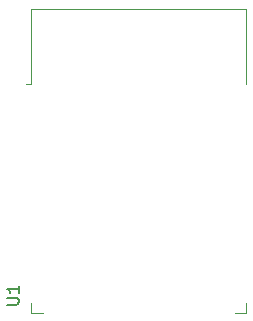
<source format=gbr>
G04 #@! TF.GenerationSoftware,KiCad,Pcbnew,5.1.5-52549c5~84~ubuntu18.04.1*
G04 #@! TF.CreationDate,2020-03-18T13:42:57+01:00*
G04 #@! TF.ProjectId,esp32_breakout,65737033-325f-4627-9265-616b6f75742e,rev?*
G04 #@! TF.SameCoordinates,Original*
G04 #@! TF.FileFunction,Legend,Top*
G04 #@! TF.FilePolarity,Positive*
%FSLAX46Y46*%
G04 Gerber Fmt 4.6, Leading zero omitted, Abs format (unit mm)*
G04 Created by KiCad (PCBNEW 5.1.5-52549c5~84~ubuntu18.04.1) date 2020-03-18 13:42:57*
%MOMM*%
%LPD*%
G04 APERTURE LIST*
%ADD10C,0.120000*%
%ADD11C,0.150000*%
G04 APERTURE END LIST*
D10*
X68350000Y-76915000D02*
X67970000Y-76915000D01*
X68350000Y-70495000D02*
X68350000Y-76915000D01*
X86590000Y-70495000D02*
X86590000Y-76915000D01*
X68350000Y-70495000D02*
X86590000Y-70495000D01*
X86590000Y-96240000D02*
X85590000Y-96240000D01*
X86590000Y-95460000D02*
X86590000Y-96240000D01*
X68350000Y-96240000D02*
X69350000Y-96240000D01*
X68350000Y-95460000D02*
X68350000Y-96240000D01*
D11*
X66312380Y-95551904D02*
X67121904Y-95551904D01*
X67217142Y-95504285D01*
X67264761Y-95456666D01*
X67312380Y-95361428D01*
X67312380Y-95170952D01*
X67264761Y-95075714D01*
X67217142Y-95028095D01*
X67121904Y-94980476D01*
X66312380Y-94980476D01*
X67312380Y-93980476D02*
X67312380Y-94551904D01*
X67312380Y-94266190D02*
X66312380Y-94266190D01*
X66455238Y-94361428D01*
X66550476Y-94456666D01*
X66598095Y-94551904D01*
M02*

</source>
